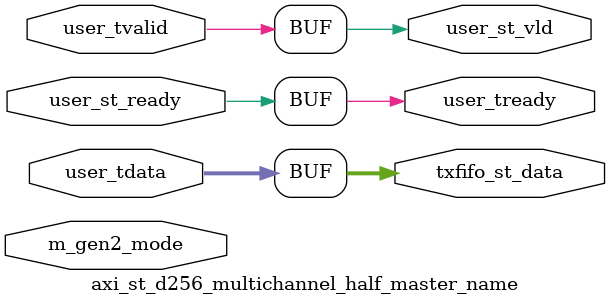
<source format=sv>

module axi_st_d256_multichannel_half_master_name  (

  // st channel
  input  logic [ 511:   0]   user_tdata          ,
  input  logic               user_tvalid         ,
  output logic               user_tready         ,

  // Logic Link Interfaces
  output logic               user_st_vld         ,
  output logic [ 511:   0]   txfifo_st_data      ,
  input  logic               user_st_ready       ,

  input  logic               m_gen2_mode         

);

  // Connect Data

  assign user_st_vld                        = user_tvalid                        ;
  assign user_tready                        = user_st_ready                      ;
  assign txfifo_st_data       [   0 +: 256] = user_tdata           [   0 +: 256] ;
  assign txfifo_st_data       [ 256 +: 256] = user_tdata           [ 256 +: 256] ;

endmodule

</source>
